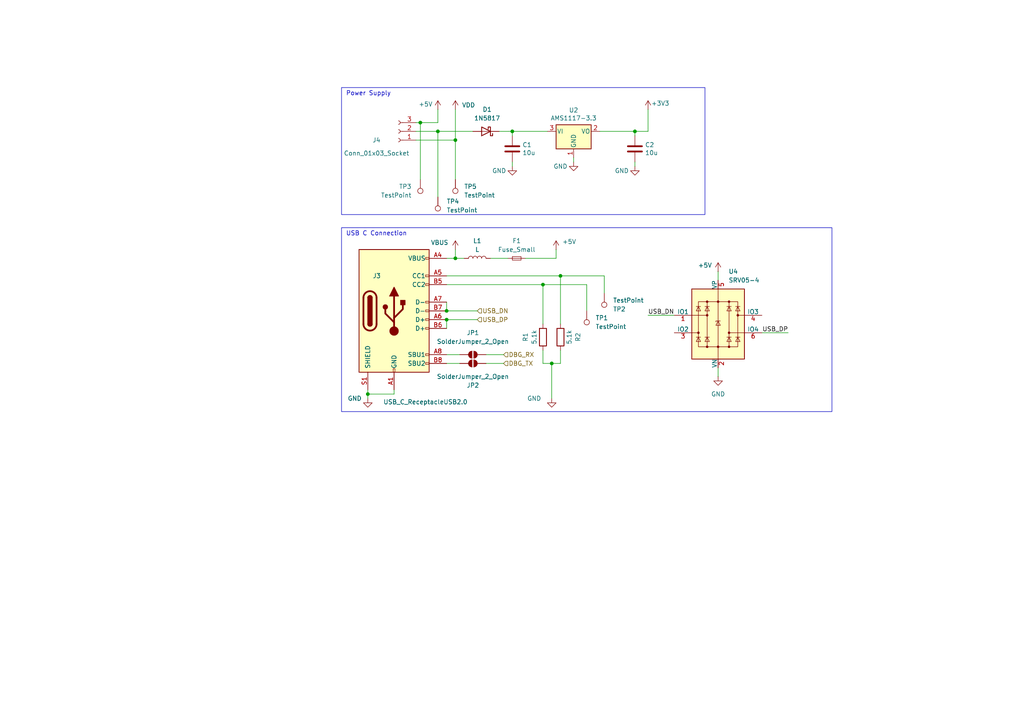
<source format=kicad_sch>
(kicad_sch (version 20231120) (generator "eeschema") (generator_version "8.0")
  (paper "A4")
  (title_block (title "(Risky) Upsy Desky") (date "2023-12-25") (rev "v2.0") (company "Petr Hodina"))
  (lib_symbols
    (symbol "Connector:Conn_01x03_Socket" (pin_names (offset 1.016) hide)
      (property "Reference" "J" (at 0 5.08 0))
      (property "Value" "Conn_01x03_Socket" (at 0 -5.08 0))
      (symbol "Conn_01x03_Socket_1_1"
        (arc (start 0 -2.032) (mid -0.5058 -2.54) (end 0 -3.048) (stroke (width 0.1524)))
        (polyline (pts (xy -1.27 -2.54) (xy -0.508 -2.54)) (stroke (width 0.1524)))
        (polyline (pts (xy -1.27 0) (xy -0.508 0)) (stroke (width 0.1524)))
        (polyline (pts (xy -1.27 2.54) (xy -0.508 2.54)) (stroke (width 0.1524)))
        (arc (start 0 0.508) (mid -0.5058 0) (end 0 -0.508) (stroke (width 0.1524)))
        (arc (start 0 3.048) (mid -0.5058 2.54) (end 0 2.032) (stroke (width 0.1524)))
        (pin passive line (at -5.08 2.54 0) (length 3.81) (name "Pin_1") (number "1"))
        (pin passive line (at -5.08 0 0) (length 3.81) (name "Pin_2") (number "2"))
        (pin passive line (at -5.08 -2.54 0) (length 3.81) (name "Pin_3") (number "3"))
      )
    )
    (symbol "Connector:TestPoint" (pin_numbers hide) (pin_names (offset 0.762) hide)
      (property "Reference" "TP" (at 0 6.858 0))
      (property "Value" "TestPoint" (at 0 5.08 0))
      (symbol "TestPoint_0_1"
        (circle (center 0 3.302) (radius 0.762))
      )
      (symbol "TestPoint_1_1"
        (pin passive line (at 0 0 90) (length 2.54) (name "1") (number "1"))
      )
    )
    (symbol "Connector:USB_C_Receptacle_USB2.0" (pin_names (offset 1.016))
      (property "Reference" "J" (at -10.16 19.05 0))
      (property "Value" "USB_C_Receptacle_USB2.0" (at 19.05 19.05 0))
      (symbol "USB_C_Receptacle_USB2.0_0_0"
        (rectangle (start -0.254 -17.78) (end 0.254 -16.764))
        (rectangle (start 10.16 -14.986) (end 9.144 -15.494))
        (rectangle (start 10.16 -12.446) (end 9.144 -12.954))
        (rectangle (start 10.16 -4.826) (end 9.144 -5.334))
        (rectangle (start 10.16 -2.286) (end 9.144 -2.794))
        (rectangle (start 10.16 0.254) (end 9.144 -0.254))
        (rectangle (start 10.16 2.794) (end 9.144 2.286))
        (rectangle (start 10.16 7.874) (end 9.144 7.366))
        (rectangle (start 10.16 10.414) (end 9.144 9.906))
        (rectangle (start 10.16 15.494) (end 9.144 14.986))
      )
      (symbol "USB_C_Receptacle_USB2.0_0_1"
        (rectangle (start -10.16 17.78) (end 10.16 -17.78) (stroke (width 0.254)) (fill (type background)))
        (arc (start -8.89 -3.81) (mid -6.985 -5.7067) (end -5.08 -3.81) (stroke (width 0.508)))
        (arc (start -7.62 -3.81) (mid -6.985 -4.4423) (end -6.35 -3.81) (stroke (width 0.254)))
        (arc (start -7.62 -3.81) (mid -6.985 -4.4423) (end -6.35 -3.81) (stroke (width 0.254)) (fill (type outline)))
        (rectangle (start -7.62 -3.81) (end -6.35 3.81) (stroke (width 0.254)) (fill (type outline)))
        (arc (start -6.35 3.81) (mid -6.985 4.4423) (end -7.62 3.81) (stroke (width 0.254)))
        (arc (start -6.35 3.81) (mid -6.985 4.4423) (end -7.62 3.81) (stroke (width 0.254)) (fill (type outline)))
        (arc (start -5.08 3.81) (mid -6.985 5.7067) (end -8.89 3.81) (stroke (width 0.508)))
        (circle (center -2.54 1.143) (radius 0.635) (stroke (width 0.254)) (fill (type outline)))
        (circle (center 0 -5.842) (radius 1.27) (fill (type outline)))
        (polyline (pts (xy -8.89 -3.81) (xy -8.89 3.81)) (stroke (width 0.508)))
        (polyline (pts (xy -5.08 3.81) (xy -5.08 -3.81)) (stroke (width 0.508)))
        (polyline (pts (xy 0 -5.842) (xy 0 4.318)) (stroke (width 0.508)))
        (polyline (pts (xy 0 -3.302) (xy -2.54 -0.762) (xy -2.54 0.508)) (stroke (width 0.508)))
        (polyline (pts (xy 0 -2.032) (xy 2.54 0.508) (xy 2.54 1.778)) (stroke (width 0.508)))
        (polyline (pts (xy -1.27 4.318) (xy 0 6.858) (xy 1.27 4.318) (xy -1.27 4.318)) (stroke (width 0.254)) (fill (type outline)))
        (rectangle (start 1.905 1.778) (end 3.175 3.048) (stroke (width 0.254)) (fill (type outline)))
      )
      (symbol "USB_C_Receptacle_USB2.0_1_1"
        (pin passive line (at 0 -22.86 90) (length 5.08) (name "GND") (number "A1"))
        (pin passive line (at 0 -22.86 90) (length 5.08) hide (name "GND") (number "A12"))
        (pin passive line (at 15.24 15.24 180) (length 5.08) (name "VBUS") (number "A4"))
        (pin bidirectional line (at 15.24 10.16 180) (length 5.08) (name "CC1") (number "A5"))
        (pin bidirectional line (at 15.24 -2.54 180) (length 5.08) (name "D+") (number "A6"))
        (pin bidirectional line (at 15.24 2.54 180) (length 5.08) (name "D-") (number "A7"))
        (pin bidirectional line (at 15.24 -12.7 180) (length 5.08) (name "SBU1") (number "A8"))
        (pin passive line (at 15.24 15.24 180) (length 5.08) hide (name "VBUS") (number "A9"))
        (pin passive line (at 0 -22.86 90) (length 5.08) hide (name "GND") (number "B1"))
        (pin passive line (at 0 -22.86 90) (length 5.08) hide (name "GND") (number "B12"))
        (pin passive line (at 15.24 15.24 180) (length 5.08) hide (name "VBUS") (number "B4"))
        (pin bidirectional line (at 15.24 7.62 180) (length 5.08) (name "CC2") (number "B5"))
        (pin bidirectional line (at 15.24 -5.08 180) (length 5.08) (name "D+") (number "B6"))
        (pin bidirectional line (at 15.24 0 180) (length 5.08) (name "D-") (number "B7"))
        (pin bidirectional line (at 15.24 -15.24 180) (length 5.08) (name "SBU2") (number "B8"))
        (pin passive line (at 15.24 15.24 180) (length 5.08) hide (name "VBUS") (number "B9"))
        (pin passive line (at -7.62 -22.86 90) (length 5.08) (name "SHIELD") (number "S1"))
      )
    )
    (symbol "Device:C" (pin_numbers hide) (pin_names (offset 0.254))
      (property "Reference" "C" (at 0.635 2.54 0))
      (property "Value" "C" (at 0.635 -2.54 0))
      (symbol "C_0_1"
        (polyline (pts (xy -2.032 -0.762) (xy 2.032 -0.762)) (stroke (width 0.508)))
        (polyline (pts (xy -2.032 0.762) (xy 2.032 0.762)) (stroke (width 0.508)))
      )
      (symbol "C_1_1"
        (pin passive line (at 0 3.81 270) (length 2.794) (name "~") (number "1"))
        (pin passive line (at 0 -3.81 90) (length 2.794) (name "~") (number "2"))
      )
    )
    (symbol "Device:Fuse_Small" (pin_numbers hide) (pin_names (offset 0.254) hide)
      (property "Reference" "F" (at 0 -1.524 0))
      (property "Value" "Fuse_Small" (at 0 1.524 0))
      (symbol "Fuse_Small_0_1"
        (rectangle (start -1.27 0.508) (end 1.27 -0.508))
        (polyline (pts (xy -1.27 0) (xy 1.27 0)))
      )
      (symbol "Fuse_Small_1_1"
        (pin passive line (at -2.54 0 0) (length 1.27) (name "~") (number "1"))
        (pin passive line (at 2.54 0 180) (length 1.27) (name "~") (number "2"))
      )
    )
    (symbol "Device:L" (pin_numbers hide) (pin_names (offset 1.016) hide)
      (property "Reference" "L" (at -1.27 0 90))
      (property "Value" "L" (at 1.905 0 90))
      (symbol "L_0_1"
        (arc (start 0 -2.54) (mid 0.6323 -1.905) (end 0 -1.27))
        (arc (start 0 -1.27) (mid 0.6323 -0.635) (end 0 0))
        (arc (start 0 0) (mid 0.6323 0.635) (end 0 1.27))
        (arc (start 0 1.27) (mid 0.6323 1.905) (end 0 2.54))
      )
      (symbol "L_1_1"
        (pin passive line (at 0 3.81 270) (length 1.27) (name "1") (number "1"))
        (pin passive line (at 0 -3.81 90) (length 1.27) (name "2") (number "2"))
      )
    )
    (symbol "Device:R" (pin_numbers hide) (pin_names (offset 0))
      (property "Reference" "R" (at 2.032 0 90))
      (property "Value" "R" (at 0 0 90))
      (symbol "R_0_1"
        (rectangle (start -1.016 -2.54) (end 1.016 2.54) (stroke (width 0.254)))
      )
      (symbol "R_1_1"
        (pin passive line (at 0 3.81 270) (length 1.27) (name "~") (number "1"))
        (pin passive line (at 0 -3.81 90) (length 1.27) (name "~") (number "2"))
      )
    )
    (symbol "Diode:1N5817" (pin_numbers hide) (pin_names (offset 1.016) hide)
      (property "Reference" "D" (at 0 2.54 0))
      (property "Value" "1N5817" (at 0 -2.54 0))
      (symbol "1N5817_0_1"
        (polyline (pts (xy 1.27 0) (xy -1.27 0)))
        (polyline (pts (xy 1.27 1.27) (xy 1.27 -1.27) (xy -1.27 0) (xy 1.27 1.27)) (stroke (width 0.254)))
        (polyline (pts (xy -1.905 0.635) (xy -1.905 1.27) (xy -1.27 1.27) (xy -1.27 -1.27) (xy -0.635 -1.27) (xy -0.635 -0.635)) (stroke (width 0.254)))
      )
      (symbol "1N5817_1_1"
        (pin passive line (at -3.81 0 0) (length 2.54) (name "K") (number "1"))
        (pin passive line (at 3.81 0 180) (length 2.54) (name "A") (number "2"))
      )
    )
    (symbol "GND_1" (power) (pin_names (offset 0))
      (property "Value" "GND_1" (at 0 -3.81 0))
      (symbol "GND_1_0_1"
        (polyline (pts (xy 0 0) (xy 0 -1.27) (xy 1.27 -1.27) (xy 0 -2.54) (xy -1.27 -1.27) (xy 0 -1.27)))
      )
      (symbol "GND_1_1_1"
        (pin power_in line (at 0 0 270) (length 0) hide (name "GND") (number "1"))
      )
    )
    (symbol "GND_2" (power) (pin_numbers hide) (pin_names (offset 0) hide)
      (property "Value" "GND" (at 0 -3.81 0))
      (symbol "GND_2_0_1"
        (polyline (pts (xy 0 0) (xy 0 -1.27) (xy 1.27 -1.27) (xy 0 -2.54) (xy -1.27 -1.27) (xy 0 -1.27)))
      )
      (symbol "GND_2_1_1"
        (pin power_in line (at 0 0 270) (length 0) (name "~") (number "1"))
      )
    )
    (symbol "Jumper:SolderJumper_2_Open" (pin_numbers hide) (pin_names (offset 0) hide) (exclude_from_sim yes) (in_bom no)
      (property "Reference" "JP" (at 0 2.032 0))
      (property "Value" "SolderJumper_2_Open" (at 0 -2.54 0))
      (symbol "SolderJumper_2_Open_0_1"
        (arc (start -0.254 1.016) (mid -1.2656 0) (end -0.254 -1.016))
        (arc (start -0.254 1.016) (mid -1.2656 0) (end -0.254 -1.016) (fill (type outline)))
        (polyline (pts (xy -0.254 1.016) (xy -0.254 -1.016)))
        (polyline (pts (xy 0.254 1.016) (xy 0.254 -1.016)))
        (arc (start 0.254 -1.016) (mid 1.2656 0) (end 0.254 1.016))
        (arc (start 0.254 -1.016) (mid 1.2656 0) (end 0.254 1.016) (fill (type outline)))
      )
      (symbol "SolderJumper_2_Open_1_1"
        (pin passive line (at -3.81 0 0) (length 2.54) (name "A") (number "1"))
        (pin passive line (at 3.81 0 180) (length 2.54) (name "B") (number "2"))
      )
    )
    (symbol "Power_Protection:SRV05-4" (pin_names (offset 0))
      (property "Reference" "U" (at -5.08 11.43 0))
      (property "Value" "SRV05-4" (at 2.54 11.43 0))
      (symbol "SRV05-4_0_0"
        (rectangle (start -5.715 6.477) (end 5.715 -6.604))
        (polyline (pts (xy -3.175 -6.604) (xy -3.175 6.477)))
        (polyline (pts (xy 3.175 6.477) (xy 3.175 -6.604)))
      )
      (symbol "SRV05-4_0_1"
        (rectangle (start -7.62 10.16) (end 7.62 -10.16) (stroke (width 0.254)) (fill (type background)))
        (circle (center -5.715 -2.54) (radius 0.2794) (fill (type outline)))
        (circle (center -3.175 -6.604) (radius 0.2794) (fill (type outline)))
        (circle (center -3.175 2.54) (radius 0.2794) (fill (type outline)))
        (circle (center -3.175 6.477) (radius 0.2794) (fill (type outline)))
        (circle (center 0 -6.604) (radius 0.2794) (fill (type outline)))
        (polyline (pts (xy -7.747 2.54) (xy -3.175 2.54)))
        (polyline (pts (xy -7.62 -2.54) (xy -5.715 -2.54)))
        (polyline (pts (xy -5.08 -3.81) (xy -6.35 -3.81)))
        (polyline (pts (xy -5.08 5.08) (xy -6.35 5.08)))
        (polyline (pts (xy -2.54 -3.81) (xy -3.81 -3.81)))
        (polyline (pts (xy -2.54 5.08) (xy -3.81 5.08)))
        (polyline (pts (xy 0 10.16) (xy 0 -10.16)))
        (polyline (pts (xy 3.81 -3.81) (xy 2.54 -3.81)))
        (polyline (pts (xy 3.81 5.08) (xy 2.54 5.08)))
        (polyline (pts (xy 6.35 -3.81) (xy 5.08 -3.81)))
        (polyline (pts (xy 6.35 5.08) (xy 5.08 5.08)))
        (polyline (pts (xy 7.62 -2.54) (xy 3.175 -2.54)))
        (polyline (pts (xy 7.62 2.54) (xy 5.715 2.54)))
        (polyline (pts (xy 0.635 0.889) (xy -0.635 0.889) (xy -0.635 0.635)))
        (polyline (pts (xy -5.08 -5.08) (xy -6.35 -5.08) (xy -5.715 -3.81) (xy -5.08 -5.08)))
        (polyline (pts (xy -5.08 3.81) (xy -6.35 3.81) (xy -5.715 5.08) (xy -5.08 3.81)))
        (polyline (pts (xy -2.54 -5.08) (xy -3.81 -5.08) (xy -3.175 -3.81) (xy -2.54 -5.08)))
        (polyline (pts (xy -2.54 3.81) (xy -3.81 3.81) (xy -3.175 5.08) (xy -2.54 3.81)))
        (polyline (pts (xy 0.635 -0.381) (xy -0.635 -0.381) (xy 0 0.889) (xy 0.635 -0.381)))
        (polyline (pts (xy 3.81 -5.08) (xy 2.54 -5.08) (xy 3.175 -3.81) (xy 3.81 -5.08)))
        (polyline (pts (xy 3.81 3.81) (xy 2.54 3.81) (xy 3.175 5.08) (xy 3.81 3.81)))
        (polyline (pts (xy 6.35 -5.08) (xy 5.08 -5.08) (xy 5.715 -3.81) (xy 6.35 -5.08)))
        (polyline (pts (xy 6.35 3.81) (xy 5.08 3.81) (xy 5.715 5.08) (xy 6.35 3.81)))
        (circle (center 0 6.477) (radius 0.2794) (fill (type outline)))
        (circle (center 3.175 -6.604) (radius 0.2794) (fill (type outline)))
        (circle (center 3.175 -2.54) (radius 0.2794) (fill (type outline)))
        (circle (center 3.175 6.477) (radius 0.2794) (fill (type outline)))
        (circle (center 5.715 2.54) (radius 0.2794) (fill (type outline)))
      )
      (symbol "SRV05-4_1_1"
        (pin passive line (at -12.7 2.54 0) (length 5.08) (name "IO1") (number "1"))
        (pin passive line (at 0 -12.7 90) (length 2.54) (name "VN") (number "2"))
        (pin passive line (at -12.7 -2.54 0) (length 5.08) (name "IO2") (number "3"))
        (pin passive line (at 12.7 2.54 180) (length 5.08) (name "IO3") (number "4"))
        (pin passive line (at 0 12.7 270) (length 2.54) (name "VP") (number "5"))
        (pin passive line (at 12.7 -2.54 180) (length 5.08) (name "IO4") (number "6"))
      )
    )
    (symbol "Regulator_Linear:NCP1117-3.3_SOT223" (pin_names (offset 0.254))
      (property "Reference" "U" (at -3.81 3.175 0))
      (property "Value" "NCP1117-3.3_SOT223" (at 0 3.175 0))
      (symbol "NCP1117-3.3_SOT223_0_1"
        (rectangle (start -5.08 -5.08) (end 5.08 1.905) (stroke (width 0.254)) (fill (type background)))
      )
      (symbol "NCP1117-3.3_SOT223_1_1"
        (pin power_in line (at 0 -7.62 90) (length 2.54) (name "GND") (number "1"))
        (pin power_out line (at 7.62 0 180) (length 2.54) (name "VO") (number "2"))
        (pin power_in line (at -7.62 0 0) (length 2.54) (name "VI") (number "3"))
      )
    )
    (symbol "power:+3V3" (power) (pin_names (offset 0))
      (property "Value" "+3V3" (at 0 3.556 0))
      (symbol "+3V3_0_1"
        (polyline (pts (xy -0.762 1.27) (xy 0 2.54)))
        (polyline (pts (xy 0 0) (xy 0 2.54)))
        (polyline (pts (xy 0 2.54) (xy 0.762 1.27)))
      )
      (symbol "+3V3_1_1"
        (pin power_in line (at 0 0 90) (length 0) hide (name "+3V3") (number "1"))
      )
    )
    (symbol "power:+5V" (power) (pin_numbers hide) (pin_names (offset 0) hide)
      (property "Value" "+5V" (at 0 3.556 0))
      (symbol "+5V_0_1"
        (polyline (pts (xy -0.762 1.27) (xy 0 2.54)))
        (polyline (pts (xy 0 0) (xy 0 2.54)))
        (polyline (pts (xy 0 2.54) (xy 0.762 1.27)))
      )
      (symbol "+5V_1_1"
        (pin power_in line (at 0 0 90) (length 0) (name "~") (number "1"))
      )
    )
    (symbol "power:GND" (power) (pin_names (offset 0))
      (property "Value" "GND" (at 0 -3.81 0))
      (symbol "GND_0_1"
        (polyline (pts (xy 0 0) (xy 0 -1.27) (xy 1.27 -1.27) (xy 0 -2.54) (xy -1.27 -1.27) (xy 0 -1.27)))
      )
      (symbol "GND_1_1"
        (pin power_in line (at 0 0 270) (length 0) hide (name "GND") (number "1"))
      )
    )
    (symbol "power:VBUS" (power) (pin_names (offset 0))
      (property "Value" "VBUS" (at 0 3.81 0))
      (symbol "VBUS_0_1"
        (polyline (pts (xy -0.762 1.27) (xy 0 2.54)))
        (polyline (pts (xy 0 0) (xy 0 2.54)))
        (polyline (pts (xy 0 2.54) (xy 0.762 1.27)))
      )
      (symbol "VBUS_1_1"
        (pin power_in line (at 0 0 90) (length 0) hide (name "VBUS") (number "1"))
      )
    )
    (symbol "power:VDD" (power) (pin_names (offset 0))
      (property "Value" "VDD" (at 0 3.81 0))
      (symbol "VDD_0_1"
        (polyline (pts (xy -0.762 1.27) (xy 0 2.54)))
        (polyline (pts (xy 0 0) (xy 0 2.54)))
        (polyline (pts (xy 0 2.54) (xy 0.762 1.27)))
      )
      (symbol "VDD_1_1"
        (pin power_in line (at 0 0 90) (length 0) hide (name "VDD") (number "1"))
      )
    )
  )
  (junction (at 184.15 38.1))
  (junction (at 162.56 80.01))
  (junction (at 129.54 90.17))
  (junction (at 148.59 38.1))
  (junction (at 127 38.1))
  (junction (at 132.08 40.64))
  (junction (at 160.02 105.41))
  (junction (at 106.68 114.3))
  (junction (at 121.92 35.56))
  (junction (at 157.48 82.55))
  (junction (at 132.08 74.93))
  (junction (at 129.54 92.71))
  (wire (pts (xy 129.54 87.63) (xy 129.54 90.17)))
  (wire (pts (xy 132.08 40.64) (xy 132.08 52.07)))
  (wire (pts (xy 148.59 39.37) (xy 148.59 38.1)))
  (wire (pts (xy 127 38.1) (xy 137.16 38.1)))
  (wire (pts (xy 187.96 31.75) (xy 187.96 38.1)))
  (wire (pts (xy 127 31.75) (xy 127 35.56)))
  (wire (pts (xy 152.4 74.93) (xy 161.29 74.93)))
  (wire (pts (xy 166.37 45.72) (xy 166.37 46.99)))
  (wire (pts (xy 106.68 114.3) (xy 114.3 114.3)))
  (wire (pts (xy 142.24 74.93) (xy 147.32 74.93)))
  (wire (pts (xy 161.29 72.39) (xy 161.29 74.93)))
  (wire (pts (xy 160.02 105.41) (xy 162.56 105.41)))
  (wire (pts (xy 184.15 39.37) (xy 184.15 38.1)))
  (wire (pts (xy 132.08 74.93) (xy 134.62 74.93)))
  (wire (pts (xy 173.99 38.1) (xy 184.15 38.1)))
  (wire (pts (xy 160.02 105.41) (xy 160.02 115.57)))
  (wire (pts (xy 187.96 91.44) (xy 195.58 91.44)))
  (wire (pts (xy 120.65 40.64) (xy 132.08 40.64)))
  (wire (pts (xy 114.3 113.03) (xy 114.3 114.3)))
  (wire (pts (xy 129.54 102.87) (xy 133.35 102.87)))
  (wire (pts (xy 148.59 46.99) (xy 148.59 48.26)))
  (wire (pts (xy 157.48 105.41) (xy 160.02 105.41)))
  (wire (pts (xy 158.75 38.1) (xy 148.59 38.1)))
  (wire (pts (xy 129.54 90.17) (xy 138.43 90.17)))
  (wire (pts (xy 208.28 78.74) (xy 208.28 81.28)))
  (wire (pts (xy 120.65 38.1) (xy 127 38.1)))
  (wire (pts (xy 129.54 82.55) (xy 157.48 82.55)))
  (wire (pts (xy 129.54 92.71) (xy 138.43 92.71)))
  (wire (pts (xy 106.68 113.03) (xy 106.68 114.3)))
  (wire (pts (xy 140.97 105.41) (xy 146.05 105.41)))
  (wire (pts (xy 144.78 38.1) (xy 148.59 38.1)))
  (wire (pts (xy 157.48 93.98) (xy 157.48 82.55)))
  (wire (pts (xy 140.97 102.87) (xy 146.05 102.87)))
  (wire (pts (xy 157.48 101.6) (xy 157.48 105.41)))
  (wire (pts (xy 127 38.1) (xy 127 57.15)))
  (wire (pts (xy 184.15 46.99) (xy 184.15 48.26)))
  (wire (pts (xy 162.56 101.6) (xy 162.56 105.41)))
  (wire (pts (xy 132.08 72.39) (xy 132.08 74.93)))
  (wire (pts (xy 132.08 31.75) (xy 132.08 40.64)))
  (wire (pts (xy 120.65 35.56) (xy 121.92 35.56)))
  (wire (pts (xy 129.54 105.41) (xy 133.35 105.41)))
  (wire (pts (xy 129.54 74.93) (xy 132.08 74.93)))
  (wire (pts (xy 162.56 80.01) (xy 175.26 80.01)))
  (wire (pts (xy 129.54 80.01) (xy 162.56 80.01)))
  (wire (pts (xy 184.15 38.1) (xy 187.96 38.1)))
  (wire (pts (xy 162.56 80.01) (xy 162.56 93.98)))
  (wire (pts (xy 121.92 35.56) (xy 121.92 52.07)))
  (wire (pts (xy 121.92 35.56) (xy 127 35.56)))
  (wire (pts (xy 170.18 82.55) (xy 170.18 90.17)))
  (wire (pts (xy 175.26 80.01) (xy 175.26 85.09)))
  (wire (pts (xy 208.28 106.68) (xy 208.28 109.22)))
  (wire (pts (xy 157.48 82.55) (xy 170.18 82.55)))
  (wire (pts (xy 106.68 114.3) (xy 106.68 115.57)))
  (wire (pts (xy 220.98 96.52) (xy 228.6 96.52)))
  (wire (pts (xy 129.54 92.71) (xy 129.54 95.25)))
  (rectangle (start 99.06 25.4) (end 204.47 62.23))
  (rectangle (start 99.06 66.04) (end 241.3 119.38))
  (text "USB C Connection" (at 100.33 68.58 0) (effects (font (size 1.27 1.27)) (justify left bottom)))
  (text "Power Supply" (at 100.33 27.94 0) (effects (font (size 1.27 1.27)) (justify left bottom)))
  (label "USB_DP" (at 228.6 96.52 180))
  (label "USB_DN" (at 187.96 91.44 0))
  (hierarchical_label "DBG_TX" (shape input) (at 146.05 105.41 0))
  (hierarchical_label "USB_DP" (shape input) (at 138.43 92.71 0))
  (hierarchical_label "USB_DN" (shape input) (at 138.43 90.17 0))
  (hierarchical_label "DBG_RX" (shape input) (at 146.05 102.87 0))
  (symbol (lib_id "Device:L") (at 138.43 74.93 90) (unit 1)
    (property "Reference" "L1" (at 138.43 69.85 90))
    (property "Value" "L" (at 138.43 72.39 90))
    (property "Description" "Inductor" (effects (hide yes)))
  )
  (symbol (lib_id "power:GND") (at 148.59 48.26 0) (unit 1)
    (property "Reference" "#PWR08" (effects (hide yes)))
    (property "Value" "GND" (at 144.78 49.53 0))
  )
  (symbol (lib_id "Power_Protection:SRV05-4") (at 208.28 93.98 0) (unit 1)
    (property "Reference" "U4" (at 211.2965 78.74 0) (effects (justify left)))
    (property "Value" "SRV05-4" (at 211.2965 81.28 0) (effects (justify left)))
    (property "Footprint" "Package_TO_SOT_SMD:SOT-23-6" (effects (hide yes)))
    (property "Datasheet" "http://www.onsemi.com/pub/Collateral/SRV05-4-D.PDF" (effects (hide yes)))
    (property "Description" "ESD Protection Diodes with Low Clamping Voltage, SOT-23-6" (effects (hide yes)))
  )
  (symbol (lib_id "power:GND") (at 106.68 115.57 0) (unit 1)
    (property "Reference" "#PWR02" (effects (hide yes)))
    (property "Value" "GND" (at 102.87 115.57 0))
  )
  (symbol (lib_id "Connector:TestPoint") (at 121.92 52.07 0) (mirror x) (unit 1)
    (property "Reference" "TP3" (at 119.38 54.102 0) (effects (justify right)))
    (property "Value" "TestPoint" (at 119.38 56.642 0) (effects (justify right)))
    (property "Footprint" "TestPoint:TestPoint_Pad_D1.0mm" (effects (hide yes)))
  )
  (symbol (lib_id "Connector:TestPoint") (at 175.26 85.09 180) (unit 1)
    (property "Reference" "TP2" (at 177.8 89.662 0) (effects (justify right)))
    (property "Value" "TestPoint" (at 177.8 87.122 0) (effects (justify right)))
    (property "Footprint" "TestPoint:TestPoint_Pad_D1.0mm" (effects (hide yes)))
  )
  (symbol (lib_id "Device:C") (at 184.15 43.18 0) (unit 1)
    (property "Reference" "C2" (at 187.071 42.0116 0) (effects (justify left)))
    (property "Value" "10u" (at 187.071 44.323 0) (effects (justify left)))
    (property "Footprint" "Capacitor_SMD:C_0402_1005Metric" (effects (hide yes)))
    (property "LCSC" "C15525" (effects (hide yes)))
    (property "Checked" "Y" (effects (hide yes)))
    (property "Comment" "Any 5V or higher rated capacitor will work fine" (effects (hide yes)))
    (property "Package" "0402" (effects (hide yes)))
    (property "MPN" "GRM155R60J106ME05J" (effects (hide yes)))
  )
  (symbol (lib_id "power:+5V") (at 208.28 78.74 0) (unit 1)
    (property "Reference" "#PWR017" (effects (hide yes)))
    (property "Value" "+5V" (at 204.47 76.962 0))
    (property "Description" "Power symbol creates a global label with name \"+5V\"" (effects (hide yes)))
  )
  (symbol (lib_id "Device:R") (at 157.48 97.79 180) (unit 1)
    (property "Reference" "R1" (at 152.4 97.79 90))
    (property "Value" "5.1k" (at 154.94 97.79 90))
    (property "Footprint" "Resistor_SMD:R_0402_1005Metric" (effects (hide yes)))
    (property "LCSC" "C25905" (effects (hide yes)))
    (property "Checked" "Y" (effects (hide yes)))
    (property "Comment" "Any 5V or higher rated resistor will work fine" (effects (hide yes)))
    (property "Package" "0402" (effects (hide yes)))
    (property "MPN" "RC0402JR-075R1L" (effects (hide yes)))
  )
  (symbol (lib_id "Diode:1N5817") (at 140.97 38.1 180) (unit 1)
    (property "Reference" "D1" (at 141.2875 31.75 0))
    (property "Value" "1N5817" (at 141.2875 34.29 0))
    (property "Footprint" "Diode_SMD:D_SOD-323" (effects (hide yes)))
    (property "Datasheet" "http://www.vishay.com/docs/88525/1n5817.pdf" (effects (hide yes)))
    (property "LCSC" "C191023" (effects (hide yes)))
    (property "Checked" "Y" (effects (hide yes)))
    (property "MPN" "1N5817" (effects (hide yes)))
    (property "Package" "SOD-323" (effects (hide yes)))
  )
  (symbol (lib_id "Connector:TestPoint") (at 170.18 90.17 180) (unit 1)
    (property "Reference" "TP1" (at 172.72 92.202 0) (effects (justify right)))
    (property "Value" "TestPoint" (at 172.72 94.742 0) (effects (justify right)))
    (property "Footprint" "TestPoint:TestPoint_Pad_D1.0mm" (effects (hide yes)))
  )
  (symbol (lib_id "Connector:TestPoint") (at 127 57.15 180) (unit 1)
    (property "Reference" "TP4" (at 129.54 58.42 0) (effects (justify right)))
    (property "Value" "TestPoint" (at 129.54 60.96 0) (effects (justify right)))
    (property "Footprint" "TestPoint:TestPoint_Pad_D1.0mm" (effects (hide yes)))
  )
  (symbol (lib_id "Device:C") (at 148.59 43.18 0) (unit 1)
    (property "Reference" "C1" (at 151.511 42.0116 0) (effects (justify left)))
    (property "Value" "10u" (at 151.511 44.323 0) (effects (justify left)))
    (property "Footprint" "Capacitor_SMD:C_0402_1005Metric" (effects (hide yes)))
    (property "LCSC" "C15525" (effects (hide yes)))
    (property "Checked" "Y" (effects (hide yes)))
    (property "Comment" "Any 5V or higher rated capacitor will work fine" (effects (hide yes)))
    (property "Package" "0402" (effects (hide yes)))
    (property "MPN" "GRM155R60J106ME05J" (effects (hide yes)))
  )
  (symbol (lib_id "power:+3V3") (at 187.96 31.75 0) (unit 1)
    (property "Reference" "#PWR016" (effects (hide yes)))
    (property "Value" "+3V3" (at 191.516 29.972 0))
  )
  (symbol (lib_id "Device:R") (at 162.56 97.79 0) (mirror x) (unit 1)
    (property "Reference" "R2" (at 167.64 97.79 90))
    (property "Value" "5.1k" (at 165.1 97.79 90))
    (property "Footprint" "Resistor_SMD:R_0402_1005Metric" (effects (hide yes)))
    (property "LCSC" "C25905" (effects (hide yes)))
    (property "Checked" "Y" (effects (hide yes)))
    (property "Comment" "Any 5V or higher rated resistor will work fine" (effects (hide yes)))
    (property "Package" "0402" (effects (hide yes)))
    (property "MPN" "RC0402JR-075R1L" (effects (hide yes)))
  )
  (symbol (lib_id "power:VBUS") (at 132.08 72.39 0) (unit 1)
    (property "Reference" "#PWR04" (effects (hide yes)))
    (property "Value" "VBUS" (at 127.508 70.358 0))
  )
  (symbol (lib_id "power:GND") (at 184.15 48.26 0) (unit 1)
    (property "Reference" "#PWR010" (effects (hide yes)))
    (property "Value" "GND" (at 180.34 49.53 0))
  )
  (symbol (lib_name "GND_1") (lib_id "power:GND") (at 160.02 115.57 0) (unit 1)
    (property "Reference" "#PWR037" (effects (hide yes)))
    (property "Value" "GND" (at 154.94 115.57 0))
  )
  (symbol (lib_name "GND_2") (lib_id "power:GND") (at 208.28 109.22 0) (unit 1)
    (property "Reference" "#PWR029" (effects (hide yes)))
    (property "Value" "GND" (at 208.28 114.3 0))
    (property "Description" "Power symbol creates a global label with name \"GND\" , ground" (effects (hide yes)))
  )
  (symbol (lib_id "power:GND") (at 166.37 46.99 0) (unit 1)
    (property "Reference" "#PWR09" (effects (hide yes)))
    (property "Value" "GND" (at 162.56 48.26 0))
  )
  (symbol (lib_id "power:+5V") (at 161.29 72.39 0) (unit 1)
    (property "Reference" "#PWR05" (effects (hide yes)))
    (property "Value" "+5V" (at 165.1 70.104 0))
    (property "Description" "Power symbol creates a global label with name \"+5V\"" (effects (hide yes)))
  )
  (symbol (lib_id "Device:Fuse_Small") (at 149.86 74.93 0) (unit 1)
    (property "Reference" "F1" (at 149.86 69.85 0))
    (property "Value" "Fuse_Small" (at 149.86 72.39 0))
    (property "Description" "Fuse, small symbol" (effects (hide yes)))
  )
  (symbol (lib_id "Connector:Conn_01x03_Socket") (at 115.57 38.1 180) (unit 1)
    (property "Reference" "J4" (at 109.22 40.64 0))
    (property "Value" "Conn_01x03_Socket" (at 109.22 44.45 0))
    (property "Footprint" "Connector:FanPinHeader_1x03_P2.54mm_Vertical" (effects (hide yes)))
  )
  (symbol (lib_id "Connector:USB_C_Receptacle_USB2.0") (at 114.3 90.17 0) (unit 1)
    (property "Reference" "J3" (at 110.49 80.01 0) (effects (justify right)))
    (property "Value" "USB_C_ReceptacleUSB2.0" (at 135.636 116.586 0) (effects (justify right)))
    (property "Footprint" "Connector_USB:USB_C_Receptacle_Palconn_UTC16-G" (effects (hide yes)))
    (property "Datasheet" "https://www.usb.org/sites/default/files/documents/usb_type-c.zip" (effects (hide yes)))
    (property "LCSC" "C165948" (effects (hide yes)))
    (property "Checked" "Y" (effects (hide yes)))
    (property "MPN" "TYPE-C-31-M-12" (effects (hide yes)))
  )
  (symbol (lib_id "Regulator_Linear:NCP1117-3.3_SOT223") (at 166.37 38.1 0) (unit 1)
    (property "Reference" "U2" (at 166.37 31.9532 0))
    (property "Value" "AMS1117-3.3" (at 166.37 34.2646 0))
    (property "Footprint" "Package_TO_SOT_SMD:SOT-223-3_TabPin2" (effects (hide yes)))
    (property "Datasheet" "http://www.onsemi.com/pub_link/Collateral/NCP1117-D.PDF" (effects (hide yes)))
    (property "LCSC" "C6186" (effects (hide yes)))
    (property "Checked" "Y" (effects (hide yes)))
    (property "MPN" "AMS1117-3.3" (effects (hide yes)))
    (property "Package" "SOT-223" (effects (hide yes)))
  )
  (symbol (lib_id "Connector:TestPoint") (at 132.08 52.07 180) (unit 1)
    (property "Reference" "TP5" (at 134.62 54.102 0) (effects (justify right)))
    (property "Value" "TestPoint" (at 134.62 56.642 0) (effects (justify right)))
    (property "Footprint" "TestPoint:TestPoint_Pad_D1.0mm" (effects (hide yes)))
  )
  (symbol (lib_id "power:VDD") (at 132.08 31.75 0) (unit 1)
    (property "Reference" "#PWR07" (effects (hide yes)))
    (property "Value" "VDD" (at 135.89 30.48 0))
  )
  (symbol (lib_id "Jumper:SolderJumper_2_Open") (at 137.16 102.87 0) (unit 1) (exclude_from_sim yes) (in_bom no)
    (property "Reference" "JP1" (at 137.16 96.52 0))
    (property "Value" "SolderJumper_2_Open" (at 137.16 99.06 0))
    (property "Description" "Solder Jumper, 2-pole, open" (effects (hide yes)))
  )
  (symbol (lib_id "power:+5V") (at 127 31.75 0) (unit 1)
    (property "Reference" "#PWR06" (effects (hide yes)))
    (property "Value" "+5V" (at 123.444 30.226 0))
    (property "Description" "Power symbol creates a global label with name \"+5V\"" (effects (hide yes)))
  )
  (symbol (lib_id "Jumper:SolderJumper_2_Open") (at 137.16 105.41 180) (unit 1) (exclude_from_sim yes) (in_bom no)
    (property "Reference" "JP2" (at 137.16 111.76 0))
    (property "Value" "SolderJumper_2_Open" (at 137.16 109.22 0))
    (property "Description" "Solder Jumper, 2-pole, open" (effects (hide yes)))
  )
)
</source>
